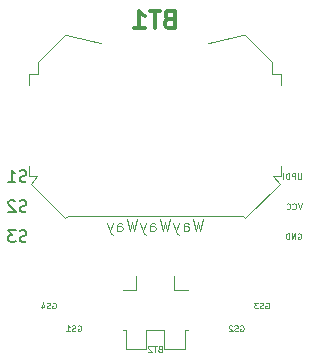
<source format=gbr>
%TF.GenerationSoftware,KiCad,Pcbnew,9.0.2*%
%TF.CreationDate,2025-07-12T02:23:40+02:00*%
%TF.ProjectId,Clock1.2,436c6f63-6b31-42e3-922e-6b696361645f,rev?*%
%TF.SameCoordinates,Original*%
%TF.FileFunction,Legend,Bot*%
%TF.FilePolarity,Positive*%
%FSLAX46Y46*%
G04 Gerber Fmt 4.6, Leading zero omitted, Abs format (unit mm)*
G04 Created by KiCad (PCBNEW 9.0.2) date 2025-07-12 02:23:40*
%MOMM*%
%LPD*%
G01*
G04 APERTURE LIST*
%ADD10C,0.125000*%
%ADD11C,0.100000*%
%ADD12C,0.300000*%
%ADD13C,0.150000*%
G04 APERTURE END LIST*
D10*
X100392856Y-114420404D02*
X100321428Y-114444214D01*
X100321428Y-114444214D02*
X100297618Y-114468023D01*
X100297618Y-114468023D02*
X100273809Y-114515642D01*
X100273809Y-114515642D02*
X100273809Y-114587071D01*
X100273809Y-114587071D02*
X100297618Y-114634690D01*
X100297618Y-114634690D02*
X100321428Y-114658500D01*
X100321428Y-114658500D02*
X100369047Y-114682309D01*
X100369047Y-114682309D02*
X100559523Y-114682309D01*
X100559523Y-114682309D02*
X100559523Y-114182309D01*
X100559523Y-114182309D02*
X100392856Y-114182309D01*
X100392856Y-114182309D02*
X100345237Y-114206119D01*
X100345237Y-114206119D02*
X100321428Y-114229928D01*
X100321428Y-114229928D02*
X100297618Y-114277547D01*
X100297618Y-114277547D02*
X100297618Y-114325166D01*
X100297618Y-114325166D02*
X100321428Y-114372785D01*
X100321428Y-114372785D02*
X100345237Y-114396595D01*
X100345237Y-114396595D02*
X100392856Y-114420404D01*
X100392856Y-114420404D02*
X100559523Y-114420404D01*
X100130951Y-114182309D02*
X99845237Y-114182309D01*
X99988094Y-114682309D02*
X99988094Y-114182309D01*
X99702380Y-114229928D02*
X99678571Y-114206119D01*
X99678571Y-114206119D02*
X99630952Y-114182309D01*
X99630952Y-114182309D02*
X99511904Y-114182309D01*
X99511904Y-114182309D02*
X99464285Y-114206119D01*
X99464285Y-114206119D02*
X99440476Y-114229928D01*
X99440476Y-114229928D02*
X99416666Y-114277547D01*
X99416666Y-114277547D02*
X99416666Y-114325166D01*
X99416666Y-114325166D02*
X99440476Y-114396595D01*
X99440476Y-114396595D02*
X99726190Y-114682309D01*
X99726190Y-114682309D02*
X99416666Y-114682309D01*
D11*
X104071428Y-103457419D02*
X103833333Y-104457419D01*
X103833333Y-104457419D02*
X103642857Y-103743133D01*
X103642857Y-103743133D02*
X103452381Y-104457419D01*
X103452381Y-104457419D02*
X103214286Y-103457419D01*
X102404762Y-104457419D02*
X102404762Y-103933609D01*
X102404762Y-103933609D02*
X102452381Y-103838371D01*
X102452381Y-103838371D02*
X102547619Y-103790752D01*
X102547619Y-103790752D02*
X102738095Y-103790752D01*
X102738095Y-103790752D02*
X102833333Y-103838371D01*
X102404762Y-104409800D02*
X102500000Y-104457419D01*
X102500000Y-104457419D02*
X102738095Y-104457419D01*
X102738095Y-104457419D02*
X102833333Y-104409800D01*
X102833333Y-104409800D02*
X102880952Y-104314561D01*
X102880952Y-104314561D02*
X102880952Y-104219323D01*
X102880952Y-104219323D02*
X102833333Y-104124085D01*
X102833333Y-104124085D02*
X102738095Y-104076466D01*
X102738095Y-104076466D02*
X102500000Y-104076466D01*
X102500000Y-104076466D02*
X102404762Y-104028847D01*
X102023809Y-103790752D02*
X101785714Y-104457419D01*
X101547619Y-103790752D02*
X101785714Y-104457419D01*
X101785714Y-104457419D02*
X101880952Y-104695514D01*
X101880952Y-104695514D02*
X101928571Y-104743133D01*
X101928571Y-104743133D02*
X102023809Y-104790752D01*
X101261904Y-103457419D02*
X101023809Y-104457419D01*
X101023809Y-104457419D02*
X100833333Y-103743133D01*
X100833333Y-103743133D02*
X100642857Y-104457419D01*
X100642857Y-104457419D02*
X100404762Y-103457419D01*
X99595238Y-104457419D02*
X99595238Y-103933609D01*
X99595238Y-103933609D02*
X99642857Y-103838371D01*
X99642857Y-103838371D02*
X99738095Y-103790752D01*
X99738095Y-103790752D02*
X99928571Y-103790752D01*
X99928571Y-103790752D02*
X100023809Y-103838371D01*
X99595238Y-104409800D02*
X99690476Y-104457419D01*
X99690476Y-104457419D02*
X99928571Y-104457419D01*
X99928571Y-104457419D02*
X100023809Y-104409800D01*
X100023809Y-104409800D02*
X100071428Y-104314561D01*
X100071428Y-104314561D02*
X100071428Y-104219323D01*
X100071428Y-104219323D02*
X100023809Y-104124085D01*
X100023809Y-104124085D02*
X99928571Y-104076466D01*
X99928571Y-104076466D02*
X99690476Y-104076466D01*
X99690476Y-104076466D02*
X99595238Y-104028847D01*
X99214285Y-103790752D02*
X98976190Y-104457419D01*
X98738095Y-103790752D02*
X98976190Y-104457419D01*
X98976190Y-104457419D02*
X99071428Y-104695514D01*
X99071428Y-104695514D02*
X99119047Y-104743133D01*
X99119047Y-104743133D02*
X99214285Y-104790752D01*
X98452380Y-103457419D02*
X98214285Y-104457419D01*
X98214285Y-104457419D02*
X98023809Y-103743133D01*
X98023809Y-103743133D02*
X97833333Y-104457419D01*
X97833333Y-104457419D02*
X97595238Y-103457419D01*
X96785714Y-104457419D02*
X96785714Y-103933609D01*
X96785714Y-103933609D02*
X96833333Y-103838371D01*
X96833333Y-103838371D02*
X96928571Y-103790752D01*
X96928571Y-103790752D02*
X97119047Y-103790752D01*
X97119047Y-103790752D02*
X97214285Y-103838371D01*
X96785714Y-104409800D02*
X96880952Y-104457419D01*
X96880952Y-104457419D02*
X97119047Y-104457419D01*
X97119047Y-104457419D02*
X97214285Y-104409800D01*
X97214285Y-104409800D02*
X97261904Y-104314561D01*
X97261904Y-104314561D02*
X97261904Y-104219323D01*
X97261904Y-104219323D02*
X97214285Y-104124085D01*
X97214285Y-104124085D02*
X97119047Y-104076466D01*
X97119047Y-104076466D02*
X96880952Y-104076466D01*
X96880952Y-104076466D02*
X96785714Y-104028847D01*
X96404761Y-103790752D02*
X96166666Y-104457419D01*
X95928571Y-103790752D02*
X96166666Y-104457419D01*
X96166666Y-104457419D02*
X96261904Y-104695514D01*
X96261904Y-104695514D02*
X96309523Y-104743133D01*
X96309523Y-104743133D02*
X96404761Y-104790752D01*
D12*
X101178571Y-86515114D02*
X100964285Y-86586542D01*
X100964285Y-86586542D02*
X100892856Y-86657971D01*
X100892856Y-86657971D02*
X100821428Y-86800828D01*
X100821428Y-86800828D02*
X100821428Y-87015114D01*
X100821428Y-87015114D02*
X100892856Y-87157971D01*
X100892856Y-87157971D02*
X100964285Y-87229400D01*
X100964285Y-87229400D02*
X101107142Y-87300828D01*
X101107142Y-87300828D02*
X101678571Y-87300828D01*
X101678571Y-87300828D02*
X101678571Y-85800828D01*
X101678571Y-85800828D02*
X101178571Y-85800828D01*
X101178571Y-85800828D02*
X101035714Y-85872257D01*
X101035714Y-85872257D02*
X100964285Y-85943685D01*
X100964285Y-85943685D02*
X100892856Y-86086542D01*
X100892856Y-86086542D02*
X100892856Y-86229400D01*
X100892856Y-86229400D02*
X100964285Y-86372257D01*
X100964285Y-86372257D02*
X101035714Y-86443685D01*
X101035714Y-86443685D02*
X101178571Y-86515114D01*
X101178571Y-86515114D02*
X101678571Y-86515114D01*
X100392856Y-85800828D02*
X99535714Y-85800828D01*
X99964285Y-87300828D02*
X99964285Y-85800828D01*
X98249999Y-87300828D02*
X99107142Y-87300828D01*
X98678571Y-87300828D02*
X98678571Y-85800828D01*
X98678571Y-85800828D02*
X98821428Y-86015114D01*
X98821428Y-86015114D02*
X98964285Y-86157971D01*
X98964285Y-86157971D02*
X99107142Y-86229400D01*
D13*
X89091904Y-105337200D02*
X88949047Y-105384819D01*
X88949047Y-105384819D02*
X88710952Y-105384819D01*
X88710952Y-105384819D02*
X88615714Y-105337200D01*
X88615714Y-105337200D02*
X88568095Y-105289580D01*
X88568095Y-105289580D02*
X88520476Y-105194342D01*
X88520476Y-105194342D02*
X88520476Y-105099104D01*
X88520476Y-105099104D02*
X88568095Y-105003866D01*
X88568095Y-105003866D02*
X88615714Y-104956247D01*
X88615714Y-104956247D02*
X88710952Y-104908628D01*
X88710952Y-104908628D02*
X88901428Y-104861009D01*
X88901428Y-104861009D02*
X88996666Y-104813390D01*
X88996666Y-104813390D02*
X89044285Y-104765771D01*
X89044285Y-104765771D02*
X89091904Y-104670533D01*
X89091904Y-104670533D02*
X89091904Y-104575295D01*
X89091904Y-104575295D02*
X89044285Y-104480057D01*
X89044285Y-104480057D02*
X88996666Y-104432438D01*
X88996666Y-104432438D02*
X88901428Y-104384819D01*
X88901428Y-104384819D02*
X88663333Y-104384819D01*
X88663333Y-104384819D02*
X88520476Y-104432438D01*
X88187142Y-104384819D02*
X87568095Y-104384819D01*
X87568095Y-104384819D02*
X87901428Y-104765771D01*
X87901428Y-104765771D02*
X87758571Y-104765771D01*
X87758571Y-104765771D02*
X87663333Y-104813390D01*
X87663333Y-104813390D02*
X87615714Y-104861009D01*
X87615714Y-104861009D02*
X87568095Y-104956247D01*
X87568095Y-104956247D02*
X87568095Y-105194342D01*
X87568095Y-105194342D02*
X87615714Y-105289580D01*
X87615714Y-105289580D02*
X87663333Y-105337200D01*
X87663333Y-105337200D02*
X87758571Y-105384819D01*
X87758571Y-105384819D02*
X88044285Y-105384819D01*
X88044285Y-105384819D02*
X88139523Y-105337200D01*
X88139523Y-105337200D02*
X88187142Y-105289580D01*
D11*
X91320237Y-110549919D02*
X91367856Y-110526109D01*
X91367856Y-110526109D02*
X91439285Y-110526109D01*
X91439285Y-110526109D02*
X91510713Y-110549919D01*
X91510713Y-110549919D02*
X91558332Y-110597538D01*
X91558332Y-110597538D02*
X91582142Y-110645157D01*
X91582142Y-110645157D02*
X91605951Y-110740395D01*
X91605951Y-110740395D02*
X91605951Y-110811823D01*
X91605951Y-110811823D02*
X91582142Y-110907061D01*
X91582142Y-110907061D02*
X91558332Y-110954680D01*
X91558332Y-110954680D02*
X91510713Y-111002300D01*
X91510713Y-111002300D02*
X91439285Y-111026109D01*
X91439285Y-111026109D02*
X91391666Y-111026109D01*
X91391666Y-111026109D02*
X91320237Y-111002300D01*
X91320237Y-111002300D02*
X91296428Y-110978490D01*
X91296428Y-110978490D02*
X91296428Y-110811823D01*
X91296428Y-110811823D02*
X91391666Y-110811823D01*
X91105951Y-111002300D02*
X91034523Y-111026109D01*
X91034523Y-111026109D02*
X90915475Y-111026109D01*
X90915475Y-111026109D02*
X90867856Y-111002300D01*
X90867856Y-111002300D02*
X90844047Y-110978490D01*
X90844047Y-110978490D02*
X90820237Y-110930871D01*
X90820237Y-110930871D02*
X90820237Y-110883252D01*
X90820237Y-110883252D02*
X90844047Y-110835633D01*
X90844047Y-110835633D02*
X90867856Y-110811823D01*
X90867856Y-110811823D02*
X90915475Y-110788014D01*
X90915475Y-110788014D02*
X91010713Y-110764204D01*
X91010713Y-110764204D02*
X91058332Y-110740395D01*
X91058332Y-110740395D02*
X91082142Y-110716585D01*
X91082142Y-110716585D02*
X91105951Y-110668966D01*
X91105951Y-110668966D02*
X91105951Y-110621347D01*
X91105951Y-110621347D02*
X91082142Y-110573728D01*
X91082142Y-110573728D02*
X91058332Y-110549919D01*
X91058332Y-110549919D02*
X91010713Y-110526109D01*
X91010713Y-110526109D02*
X90891666Y-110526109D01*
X90891666Y-110526109D02*
X90820237Y-110549919D01*
X90391666Y-110692776D02*
X90391666Y-111026109D01*
X90510714Y-110502300D02*
X90629761Y-110859442D01*
X90629761Y-110859442D02*
X90320238Y-110859442D01*
X112105952Y-104679919D02*
X112153571Y-104656109D01*
X112153571Y-104656109D02*
X112225000Y-104656109D01*
X112225000Y-104656109D02*
X112296428Y-104679919D01*
X112296428Y-104679919D02*
X112344047Y-104727538D01*
X112344047Y-104727538D02*
X112367857Y-104775157D01*
X112367857Y-104775157D02*
X112391666Y-104870395D01*
X112391666Y-104870395D02*
X112391666Y-104941823D01*
X112391666Y-104941823D02*
X112367857Y-105037061D01*
X112367857Y-105037061D02*
X112344047Y-105084680D01*
X112344047Y-105084680D02*
X112296428Y-105132300D01*
X112296428Y-105132300D02*
X112225000Y-105156109D01*
X112225000Y-105156109D02*
X112177381Y-105156109D01*
X112177381Y-105156109D02*
X112105952Y-105132300D01*
X112105952Y-105132300D02*
X112082143Y-105108490D01*
X112082143Y-105108490D02*
X112082143Y-104941823D01*
X112082143Y-104941823D02*
X112177381Y-104941823D01*
X111867857Y-105156109D02*
X111867857Y-104656109D01*
X111867857Y-104656109D02*
X111582143Y-105156109D01*
X111582143Y-105156109D02*
X111582143Y-104656109D01*
X111344047Y-105156109D02*
X111344047Y-104656109D01*
X111344047Y-104656109D02*
X111224999Y-104656109D01*
X111224999Y-104656109D02*
X111153571Y-104679919D01*
X111153571Y-104679919D02*
X111105952Y-104727538D01*
X111105952Y-104727538D02*
X111082142Y-104775157D01*
X111082142Y-104775157D02*
X111058333Y-104870395D01*
X111058333Y-104870395D02*
X111058333Y-104941823D01*
X111058333Y-104941823D02*
X111082142Y-105037061D01*
X111082142Y-105037061D02*
X111105952Y-105084680D01*
X111105952Y-105084680D02*
X111153571Y-105132300D01*
X111153571Y-105132300D02*
X111224999Y-105156109D01*
X111224999Y-105156109D02*
X111344047Y-105156109D01*
X112386904Y-99576109D02*
X112386904Y-99980871D01*
X112386904Y-99980871D02*
X112363094Y-100028490D01*
X112363094Y-100028490D02*
X112339285Y-100052300D01*
X112339285Y-100052300D02*
X112291666Y-100076109D01*
X112291666Y-100076109D02*
X112196428Y-100076109D01*
X112196428Y-100076109D02*
X112148809Y-100052300D01*
X112148809Y-100052300D02*
X112124999Y-100028490D01*
X112124999Y-100028490D02*
X112101190Y-99980871D01*
X112101190Y-99980871D02*
X112101190Y-99576109D01*
X111863094Y-100076109D02*
X111863094Y-99576109D01*
X111863094Y-99576109D02*
X111672618Y-99576109D01*
X111672618Y-99576109D02*
X111624999Y-99599919D01*
X111624999Y-99599919D02*
X111601189Y-99623728D01*
X111601189Y-99623728D02*
X111577380Y-99671347D01*
X111577380Y-99671347D02*
X111577380Y-99742776D01*
X111577380Y-99742776D02*
X111601189Y-99790395D01*
X111601189Y-99790395D02*
X111624999Y-99814204D01*
X111624999Y-99814204D02*
X111672618Y-99838014D01*
X111672618Y-99838014D02*
X111863094Y-99838014D01*
X111363094Y-100076109D02*
X111363094Y-99576109D01*
X111363094Y-99576109D02*
X111244046Y-99576109D01*
X111244046Y-99576109D02*
X111172618Y-99599919D01*
X111172618Y-99599919D02*
X111124999Y-99647538D01*
X111124999Y-99647538D02*
X111101189Y-99695157D01*
X111101189Y-99695157D02*
X111077380Y-99790395D01*
X111077380Y-99790395D02*
X111077380Y-99861823D01*
X111077380Y-99861823D02*
X111101189Y-99957061D01*
X111101189Y-99957061D02*
X111124999Y-100004680D01*
X111124999Y-100004680D02*
X111172618Y-100052300D01*
X111172618Y-100052300D02*
X111244046Y-100076109D01*
X111244046Y-100076109D02*
X111363094Y-100076109D01*
X110863094Y-100076109D02*
X110863094Y-99576109D01*
X109370237Y-110549919D02*
X109417856Y-110526109D01*
X109417856Y-110526109D02*
X109489285Y-110526109D01*
X109489285Y-110526109D02*
X109560713Y-110549919D01*
X109560713Y-110549919D02*
X109608332Y-110597538D01*
X109608332Y-110597538D02*
X109632142Y-110645157D01*
X109632142Y-110645157D02*
X109655951Y-110740395D01*
X109655951Y-110740395D02*
X109655951Y-110811823D01*
X109655951Y-110811823D02*
X109632142Y-110907061D01*
X109632142Y-110907061D02*
X109608332Y-110954680D01*
X109608332Y-110954680D02*
X109560713Y-111002300D01*
X109560713Y-111002300D02*
X109489285Y-111026109D01*
X109489285Y-111026109D02*
X109441666Y-111026109D01*
X109441666Y-111026109D02*
X109370237Y-111002300D01*
X109370237Y-111002300D02*
X109346428Y-110978490D01*
X109346428Y-110978490D02*
X109346428Y-110811823D01*
X109346428Y-110811823D02*
X109441666Y-110811823D01*
X109155951Y-111002300D02*
X109084523Y-111026109D01*
X109084523Y-111026109D02*
X108965475Y-111026109D01*
X108965475Y-111026109D02*
X108917856Y-111002300D01*
X108917856Y-111002300D02*
X108894047Y-110978490D01*
X108894047Y-110978490D02*
X108870237Y-110930871D01*
X108870237Y-110930871D02*
X108870237Y-110883252D01*
X108870237Y-110883252D02*
X108894047Y-110835633D01*
X108894047Y-110835633D02*
X108917856Y-110811823D01*
X108917856Y-110811823D02*
X108965475Y-110788014D01*
X108965475Y-110788014D02*
X109060713Y-110764204D01*
X109060713Y-110764204D02*
X109108332Y-110740395D01*
X109108332Y-110740395D02*
X109132142Y-110716585D01*
X109132142Y-110716585D02*
X109155951Y-110668966D01*
X109155951Y-110668966D02*
X109155951Y-110621347D01*
X109155951Y-110621347D02*
X109132142Y-110573728D01*
X109132142Y-110573728D02*
X109108332Y-110549919D01*
X109108332Y-110549919D02*
X109060713Y-110526109D01*
X109060713Y-110526109D02*
X108941666Y-110526109D01*
X108941666Y-110526109D02*
X108870237Y-110549919D01*
X108703571Y-110526109D02*
X108394047Y-110526109D01*
X108394047Y-110526109D02*
X108560714Y-110716585D01*
X108560714Y-110716585D02*
X108489285Y-110716585D01*
X108489285Y-110716585D02*
X108441666Y-110740395D01*
X108441666Y-110740395D02*
X108417857Y-110764204D01*
X108417857Y-110764204D02*
X108394047Y-110811823D01*
X108394047Y-110811823D02*
X108394047Y-110930871D01*
X108394047Y-110930871D02*
X108417857Y-110978490D01*
X108417857Y-110978490D02*
X108441666Y-111002300D01*
X108441666Y-111002300D02*
X108489285Y-111026109D01*
X108489285Y-111026109D02*
X108632142Y-111026109D01*
X108632142Y-111026109D02*
X108679761Y-111002300D01*
X108679761Y-111002300D02*
X108703571Y-110978490D01*
D13*
X89091904Y-100257200D02*
X88949047Y-100304819D01*
X88949047Y-100304819D02*
X88710952Y-100304819D01*
X88710952Y-100304819D02*
X88615714Y-100257200D01*
X88615714Y-100257200D02*
X88568095Y-100209580D01*
X88568095Y-100209580D02*
X88520476Y-100114342D01*
X88520476Y-100114342D02*
X88520476Y-100019104D01*
X88520476Y-100019104D02*
X88568095Y-99923866D01*
X88568095Y-99923866D02*
X88615714Y-99876247D01*
X88615714Y-99876247D02*
X88710952Y-99828628D01*
X88710952Y-99828628D02*
X88901428Y-99781009D01*
X88901428Y-99781009D02*
X88996666Y-99733390D01*
X88996666Y-99733390D02*
X89044285Y-99685771D01*
X89044285Y-99685771D02*
X89091904Y-99590533D01*
X89091904Y-99590533D02*
X89091904Y-99495295D01*
X89091904Y-99495295D02*
X89044285Y-99400057D01*
X89044285Y-99400057D02*
X88996666Y-99352438D01*
X88996666Y-99352438D02*
X88901428Y-99304819D01*
X88901428Y-99304819D02*
X88663333Y-99304819D01*
X88663333Y-99304819D02*
X88520476Y-99352438D01*
X87568095Y-100304819D02*
X88139523Y-100304819D01*
X87853809Y-100304819D02*
X87853809Y-99304819D01*
X87853809Y-99304819D02*
X87949047Y-99447676D01*
X87949047Y-99447676D02*
X88044285Y-99542914D01*
X88044285Y-99542914D02*
X88139523Y-99590533D01*
D11*
X107220237Y-112474919D02*
X107267856Y-112451109D01*
X107267856Y-112451109D02*
X107339285Y-112451109D01*
X107339285Y-112451109D02*
X107410713Y-112474919D01*
X107410713Y-112474919D02*
X107458332Y-112522538D01*
X107458332Y-112522538D02*
X107482142Y-112570157D01*
X107482142Y-112570157D02*
X107505951Y-112665395D01*
X107505951Y-112665395D02*
X107505951Y-112736823D01*
X107505951Y-112736823D02*
X107482142Y-112832061D01*
X107482142Y-112832061D02*
X107458332Y-112879680D01*
X107458332Y-112879680D02*
X107410713Y-112927300D01*
X107410713Y-112927300D02*
X107339285Y-112951109D01*
X107339285Y-112951109D02*
X107291666Y-112951109D01*
X107291666Y-112951109D02*
X107220237Y-112927300D01*
X107220237Y-112927300D02*
X107196428Y-112903490D01*
X107196428Y-112903490D02*
X107196428Y-112736823D01*
X107196428Y-112736823D02*
X107291666Y-112736823D01*
X107005951Y-112927300D02*
X106934523Y-112951109D01*
X106934523Y-112951109D02*
X106815475Y-112951109D01*
X106815475Y-112951109D02*
X106767856Y-112927300D01*
X106767856Y-112927300D02*
X106744047Y-112903490D01*
X106744047Y-112903490D02*
X106720237Y-112855871D01*
X106720237Y-112855871D02*
X106720237Y-112808252D01*
X106720237Y-112808252D02*
X106744047Y-112760633D01*
X106744047Y-112760633D02*
X106767856Y-112736823D01*
X106767856Y-112736823D02*
X106815475Y-112713014D01*
X106815475Y-112713014D02*
X106910713Y-112689204D01*
X106910713Y-112689204D02*
X106958332Y-112665395D01*
X106958332Y-112665395D02*
X106982142Y-112641585D01*
X106982142Y-112641585D02*
X107005951Y-112593966D01*
X107005951Y-112593966D02*
X107005951Y-112546347D01*
X107005951Y-112546347D02*
X106982142Y-112498728D01*
X106982142Y-112498728D02*
X106958332Y-112474919D01*
X106958332Y-112474919D02*
X106910713Y-112451109D01*
X106910713Y-112451109D02*
X106791666Y-112451109D01*
X106791666Y-112451109D02*
X106720237Y-112474919D01*
X106529761Y-112498728D02*
X106505952Y-112474919D01*
X106505952Y-112474919D02*
X106458333Y-112451109D01*
X106458333Y-112451109D02*
X106339285Y-112451109D01*
X106339285Y-112451109D02*
X106291666Y-112474919D01*
X106291666Y-112474919D02*
X106267857Y-112498728D01*
X106267857Y-112498728D02*
X106244047Y-112546347D01*
X106244047Y-112546347D02*
X106244047Y-112593966D01*
X106244047Y-112593966D02*
X106267857Y-112665395D01*
X106267857Y-112665395D02*
X106553571Y-112951109D01*
X106553571Y-112951109D02*
X106244047Y-112951109D01*
X93470237Y-112474919D02*
X93517856Y-112451109D01*
X93517856Y-112451109D02*
X93589285Y-112451109D01*
X93589285Y-112451109D02*
X93660713Y-112474919D01*
X93660713Y-112474919D02*
X93708332Y-112522538D01*
X93708332Y-112522538D02*
X93732142Y-112570157D01*
X93732142Y-112570157D02*
X93755951Y-112665395D01*
X93755951Y-112665395D02*
X93755951Y-112736823D01*
X93755951Y-112736823D02*
X93732142Y-112832061D01*
X93732142Y-112832061D02*
X93708332Y-112879680D01*
X93708332Y-112879680D02*
X93660713Y-112927300D01*
X93660713Y-112927300D02*
X93589285Y-112951109D01*
X93589285Y-112951109D02*
X93541666Y-112951109D01*
X93541666Y-112951109D02*
X93470237Y-112927300D01*
X93470237Y-112927300D02*
X93446428Y-112903490D01*
X93446428Y-112903490D02*
X93446428Y-112736823D01*
X93446428Y-112736823D02*
X93541666Y-112736823D01*
X93255951Y-112927300D02*
X93184523Y-112951109D01*
X93184523Y-112951109D02*
X93065475Y-112951109D01*
X93065475Y-112951109D02*
X93017856Y-112927300D01*
X93017856Y-112927300D02*
X92994047Y-112903490D01*
X92994047Y-112903490D02*
X92970237Y-112855871D01*
X92970237Y-112855871D02*
X92970237Y-112808252D01*
X92970237Y-112808252D02*
X92994047Y-112760633D01*
X92994047Y-112760633D02*
X93017856Y-112736823D01*
X93017856Y-112736823D02*
X93065475Y-112713014D01*
X93065475Y-112713014D02*
X93160713Y-112689204D01*
X93160713Y-112689204D02*
X93208332Y-112665395D01*
X93208332Y-112665395D02*
X93232142Y-112641585D01*
X93232142Y-112641585D02*
X93255951Y-112593966D01*
X93255951Y-112593966D02*
X93255951Y-112546347D01*
X93255951Y-112546347D02*
X93232142Y-112498728D01*
X93232142Y-112498728D02*
X93208332Y-112474919D01*
X93208332Y-112474919D02*
X93160713Y-112451109D01*
X93160713Y-112451109D02*
X93041666Y-112451109D01*
X93041666Y-112451109D02*
X92970237Y-112474919D01*
X92494047Y-112951109D02*
X92779761Y-112951109D01*
X92636904Y-112951109D02*
X92636904Y-112451109D01*
X92636904Y-112451109D02*
X92684523Y-112522538D01*
X92684523Y-112522538D02*
X92732142Y-112570157D01*
X92732142Y-112570157D02*
X92779761Y-112593966D01*
X112416665Y-102126109D02*
X112249999Y-102626109D01*
X112249999Y-102626109D02*
X112083332Y-102126109D01*
X111630952Y-102578490D02*
X111654761Y-102602300D01*
X111654761Y-102602300D02*
X111726190Y-102626109D01*
X111726190Y-102626109D02*
X111773809Y-102626109D01*
X111773809Y-102626109D02*
X111845237Y-102602300D01*
X111845237Y-102602300D02*
X111892856Y-102554680D01*
X111892856Y-102554680D02*
X111916666Y-102507061D01*
X111916666Y-102507061D02*
X111940475Y-102411823D01*
X111940475Y-102411823D02*
X111940475Y-102340395D01*
X111940475Y-102340395D02*
X111916666Y-102245157D01*
X111916666Y-102245157D02*
X111892856Y-102197538D01*
X111892856Y-102197538D02*
X111845237Y-102149919D01*
X111845237Y-102149919D02*
X111773809Y-102126109D01*
X111773809Y-102126109D02*
X111726190Y-102126109D01*
X111726190Y-102126109D02*
X111654761Y-102149919D01*
X111654761Y-102149919D02*
X111630952Y-102173728D01*
X111130952Y-102578490D02*
X111154761Y-102602300D01*
X111154761Y-102602300D02*
X111226190Y-102626109D01*
X111226190Y-102626109D02*
X111273809Y-102626109D01*
X111273809Y-102626109D02*
X111345237Y-102602300D01*
X111345237Y-102602300D02*
X111392856Y-102554680D01*
X111392856Y-102554680D02*
X111416666Y-102507061D01*
X111416666Y-102507061D02*
X111440475Y-102411823D01*
X111440475Y-102411823D02*
X111440475Y-102340395D01*
X111440475Y-102340395D02*
X111416666Y-102245157D01*
X111416666Y-102245157D02*
X111392856Y-102197538D01*
X111392856Y-102197538D02*
X111345237Y-102149919D01*
X111345237Y-102149919D02*
X111273809Y-102126109D01*
X111273809Y-102126109D02*
X111226190Y-102126109D01*
X111226190Y-102126109D02*
X111154761Y-102149919D01*
X111154761Y-102149919D02*
X111130952Y-102173728D01*
D13*
X89091904Y-102797200D02*
X88949047Y-102844819D01*
X88949047Y-102844819D02*
X88710952Y-102844819D01*
X88710952Y-102844819D02*
X88615714Y-102797200D01*
X88615714Y-102797200D02*
X88568095Y-102749580D01*
X88568095Y-102749580D02*
X88520476Y-102654342D01*
X88520476Y-102654342D02*
X88520476Y-102559104D01*
X88520476Y-102559104D02*
X88568095Y-102463866D01*
X88568095Y-102463866D02*
X88615714Y-102416247D01*
X88615714Y-102416247D02*
X88710952Y-102368628D01*
X88710952Y-102368628D02*
X88901428Y-102321009D01*
X88901428Y-102321009D02*
X88996666Y-102273390D01*
X88996666Y-102273390D02*
X89044285Y-102225771D01*
X89044285Y-102225771D02*
X89091904Y-102130533D01*
X89091904Y-102130533D02*
X89091904Y-102035295D01*
X89091904Y-102035295D02*
X89044285Y-101940057D01*
X89044285Y-101940057D02*
X88996666Y-101892438D01*
X88996666Y-101892438D02*
X88901428Y-101844819D01*
X88901428Y-101844819D02*
X88663333Y-101844819D01*
X88663333Y-101844819D02*
X88520476Y-101892438D01*
X88139523Y-101940057D02*
X88091904Y-101892438D01*
X88091904Y-101892438D02*
X87996666Y-101844819D01*
X87996666Y-101844819D02*
X87758571Y-101844819D01*
X87758571Y-101844819D02*
X87663333Y-101892438D01*
X87663333Y-101892438D02*
X87615714Y-101940057D01*
X87615714Y-101940057D02*
X87568095Y-102035295D01*
X87568095Y-102035295D02*
X87568095Y-102130533D01*
X87568095Y-102130533D02*
X87615714Y-102273390D01*
X87615714Y-102273390D02*
X88187142Y-102844819D01*
X88187142Y-102844819D02*
X87568095Y-102844819D01*
D11*
%TO.C,BackupBT1*%
X97250000Y-112875000D02*
X97500000Y-112875000D01*
X97500000Y-112875000D02*
X97500000Y-114475000D01*
X98400000Y-108275000D02*
X98400000Y-109475000D01*
X98400000Y-109475000D02*
X97250000Y-109475000D01*
X99250000Y-112875000D02*
X99250000Y-114475000D01*
X99250000Y-114475000D02*
X97500000Y-114475000D01*
X100750000Y-112875000D02*
X99250000Y-112875000D01*
X100750000Y-112875000D02*
X100750000Y-114475000D01*
X101600000Y-108275000D02*
X101600000Y-109475000D01*
X101600000Y-109475000D02*
X102750000Y-109475000D01*
X102500000Y-112875000D02*
X102500000Y-114475000D01*
X102500000Y-114475000D02*
X100750000Y-114475000D01*
X102750000Y-112875000D02*
X102500000Y-112875000D01*
%TO.C,BT1*%
X89332000Y-91182000D02*
X90094000Y-91182000D01*
X89332000Y-92071000D02*
X89332000Y-91182000D01*
X89332000Y-98929000D02*
X89332000Y-99818000D01*
X89332000Y-99818000D02*
X90000000Y-99818000D01*
X89459000Y-100453000D02*
X90000000Y-99818000D01*
X89459000Y-100453000D02*
X92380000Y-103374000D01*
X90094000Y-90166000D02*
X92380000Y-87880000D01*
X90094000Y-91182000D02*
X90094000Y-90160000D01*
X92380000Y-103374000D02*
X92600000Y-103200000D01*
X92600000Y-103200000D02*
X107400000Y-103200000D01*
X107620000Y-103374000D02*
X107400000Y-103200000D01*
X109906000Y-90166000D02*
X107620000Y-87880000D01*
X109906000Y-91182000D02*
X109906000Y-90160000D01*
X110541000Y-100453000D02*
X107620000Y-103374000D01*
X110541000Y-100453000D02*
X110000000Y-99818000D01*
X110668000Y-91182000D02*
X109906000Y-91182000D01*
X110668000Y-92071000D02*
X110668000Y-91182000D01*
X110668000Y-98929000D02*
X110668000Y-99818000D01*
X110668000Y-99818000D02*
X110000000Y-99818000D01*
X95529842Y-88619466D02*
G75*
G02*
X92380000Y-87880000I4469926J26118468D01*
G01*
X107619994Y-87880001D02*
G75*
G02*
X104470151Y-88619462I-7619794J25379301D01*
G01*
%TD*%
M02*

</source>
